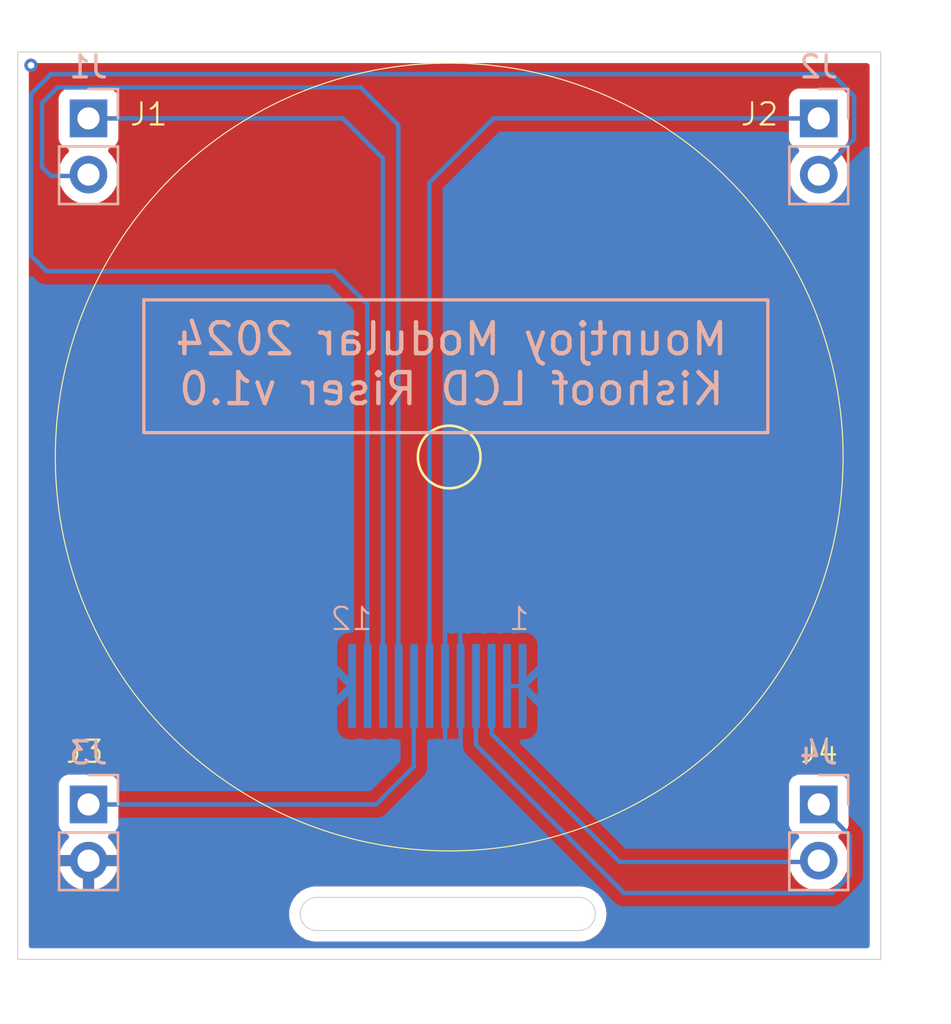
<source format=kicad_pcb>
(kicad_pcb (version 20240108) (generator "pcbnew") (generator_version "8.0")
  (layers (0 "F.Cu" signal) (31 "B.Cu" signal) (36 "B.SilkS" user "B.Silkscreen") (37 "F.SilkS" user "F.Silkscreen") (38 "B.Mask" user) (39 "F.Mask" user) (44 "Edge.Cuts" user))
  (net 0 "")
  (net 1 "/LCD_SPI3_MOSI")
  (net 2 "/LCD_SPI3_SCK")
  (net 3 "/LCD_DC")
  (net 4 "/LCD_RESET")
  (net 5 "GND")
  (net 6 "/LCD_SPI3_SS")
  (net 7 "/LCD_BACKLIGHT")
  (net 8 "+3.3V")
  (footprint "Custom_Footprints:3D_Dummy" (layer "F.Cu") (at 77.3 58.3)
    (property "Reference" "REF**" (hide yes))
    (property "Value" "3D_Dummy" (hide yes))
    (fp_circle (center 0 0) (end 1.414214 0) (stroke (width 0.12)) (fill none) (layer "F.SilkS"))
  )
  (footprint "Connector_PinHeader_2.54mm:PinHeader_1x02_P2.54mm_Vertical" (layer "B.Cu") (at 94 74 180)
    (property "Reference" "J4" (at 0 2.33 180) (layer "B.SilkS") (effects (justify mirror)))
    (property "Value" "Conn_01x02_Socket" (hide yes))
    (fp_line (start 1.33 -1.27) (end -1.33 -1.27) (stroke (width 0.12)) (layer "B.SilkS"))
    (fp_line (start 1.33 -3.87) (end 1.33 -1.27) (stroke (width 0.12)) (layer "B.SilkS"))
    (fp_line (start 1.33 -3.87) (end -1.33 -3.87) (stroke (width 0.12)) (layer "B.SilkS"))
    (fp_line (start 0 1.33) (end -1.33 1.33) (stroke (width 0.12)) (layer "B.SilkS"))
    (fp_line (start -1.33 1.33) (end -1.33 0) (stroke (width 0.12)) (layer "B.SilkS"))
    (fp_line (start -1.33 -3.87) (end -1.33 -1.27) (stroke (width 0.12)) (layer "B.SilkS"))
    (pad "1" thru_hole rect (at 0 0 180) (size 1.7 1.7) (drill 1) (layers "*.Cu" "*.Mask") (net 8 "+3.3V"))
    (pad "2" thru_hole oval (at 0 -2.54 180) (size 1.7 1.7) (drill 1) (layers "*.Cu" "*.Mask") (net 7 "/LCD_BACKLIGHT"))
  )
  (footprint "Connector_PinHeader_2.54mm:PinHeader_1x02_P2.54mm_Vertical" (layer "B.Cu") (at 94 43 180)
    (property "Reference" "J2" (at 0 2.33 180) (layer "B.SilkS") (effects (justify mirror)))
    (property "Value" "Conn_01x02_Socket" (hide yes))
    (fp_line (start 1.33 -1.27) (end -1.33 -1.27) (stroke (width 0.12)) (layer "B.SilkS"))
    (fp_line (start 1.33 -3.87) (end 1.33 -1.27) (stroke (width 0.12)) (layer "B.SilkS"))
    (fp_line (start 1.33 -3.87) (end -1.33 -3.87) (stroke (width 0.12)) (layer "B.SilkS"))
    (fp_line (start 0 1.33) (end -1.33 1.33) (stroke (width 0.12)) (layer "B.SilkS"))
    (fp_line (start -1.33 1.33) (end -1.33 0) (stroke (width 0.12)) (layer "B.SilkS"))
    (fp_line (start -1.33 -3.87) (end -1.33 -1.27) (stroke (width 0.12)) (layer "B.SilkS"))
    (pad "1" thru_hole rect (at 0 0 180) (size 1.7 1.7) (drill 1) (layers "*.Cu" "*.Mask") (net 3 "/LCD_DC"))
    (pad "2" thru_hole oval (at 0 -2.54 180) (size 1.7 1.7) (drill 1) (layers "*.Cu" "*.Mask") (net 4 "/LCD_RESET"))
  )
  (footprint "Custom_Footprints:Round_LCD" (layer "B.Cu") (at 80.6139 68.65 180)
    (property "Reference" "U1" (hide yes))
    (property "Value" "~" (hide yes))
    (pad "1" smd roundrect (at 0 0 180) (size 0.3556 3.81) (layers "B.Cu" "B.Paste" "B.Mask") (net 5 "GND"))
    (pad "2" smd roundrect (at 0.7 0 180) (size 0.3556 3.81) (layers "B.Cu" "B.Paste" "B.Mask") (net 5 "GND"))
    (pad "3" smd roundrect (at 1.4 0 180) (size 0.3556 3.81) (layers "B.Cu" "B.Paste" "B.Mask") (net 7 "/LCD_BACKLIGHT"))
    (pad "4" smd roundrect (at 2.1 0 180) (size 0.3556 3.81) (layers "B.Cu" "B.Paste" "B.Mask") (net 8 "+3.3V"))
    (pad "5" smd roundrect (at 2.8 0 180) (size 0.3556 3.81) (layers "B.Cu" "B.Paste" "B.Mask") (net 5 "GND"))
    (pad "6" smd roundrect (at 3.5 0 180) (size 0.3556 3.81) (layers "B.Cu" "B.Paste" "B.Mask") (net 5 "GND"))
    (pad "7" smd roundrect (at 4.2 0 180) (size 0.3556 3.81) (layers "B.Cu" "B.Paste" "B.Mask") (net 3 "/LCD_DC"))
    (pad "8" smd roundrect (at 4.9 0 180) (size 0.3556 3.81) (layers "B.Cu" "B.Paste" "B.Mask") (net 6 "/LCD_SPI3_SS"))
    (pad "9" smd roundrect (at 5.6 0 180) (size 0.3556 3.81) (layers "B.Cu" "B.Paste" "B.Mask") (net 2 "/LCD_SPI3_SCK"))
    (pad "10" smd roundrect (at 6.3 0 180) (size 0.3556 3.81) (layers "B.Cu" "B.Paste" "B.Mask") (net 1 "/LCD_SPI3_MOSI"))
    (pad "11" smd roundrect (at 7 0 180) (size 0.3556 3.81) (layers "B.Cu" "B.Paste" "B.Mask") (net 4 "/LCD_RESET"))
    (pad "12" smd roundrect (at 7.7 0 180) (size 0.3556 3.81) (layers "B.Cu" "B.Paste" "B.Mask") (net 5 "GND"))
  )
  (footprint "Connector_PinHeader_2.54mm:PinHeader_1x02_P2.54mm_Vertical" (layer "B.Cu") (at 61 43 180)
    (property "Reference" "J1" (at 0 2.33 180) (layer "B.SilkS") (effects (justify mirror)))
    (property "Value" "Conn_01x02_Socket" (hide yes))
    (fp_line (start 1.33 -1.27) (end -1.33 -1.27) (stroke (width 0.12)) (layer "B.SilkS"))
    (fp_line (start 1.33 -3.87) (end 1.33 -1.27) (stroke (width 0.12)) (layer "B.SilkS"))
    (fp_line (start 1.33 -3.87) (end -1.33 -3.87) (stroke (width 0.12)) (layer "B.SilkS"))
    (fp_line (start 0 1.33) (end -1.33 1.33) (stroke (width 0.12)) (layer "B.SilkS"))
    (fp_line (start -1.33 1.33) (end -1.33 0) (stroke (width 0.12)) (layer "B.SilkS"))
    (fp_line (start -1.33 -3.87) (end -1.33 -1.27) (stroke (width 0.12)) (layer "B.SilkS"))
    (pad "1" thru_hole rect (at 0 0 180) (size 1.7 1.7) (drill 1) (layers "*.Cu" "*.Mask") (net 1 "/LCD_SPI3_MOSI"))
    (pad "2" thru_hole oval (at 0 -2.54 180) (size 1.7 1.7) (drill 1) (layers "*.Cu" "*.Mask") (net 2 "/LCD_SPI3_SCK"))
  )
  (footprint "Connector_PinHeader_2.54mm:PinHeader_1x02_P2.54mm_Vertical" (layer "B.Cu") (at 61 74 180)
    (property "Reference" "J3" (at 0 2.33 180) (layer "B.SilkS") (effects (justify mirror)))
    (property "Value" "Conn_01x02_Socket" (hide yes))
    (fp_line (start 1.33 -1.27) (end -1.33 -1.27) (stroke (width 0.12)) (layer "B.SilkS"))
    (fp_line (start 1.33 -3.87) (end 1.33 -1.27) (stroke (width 0.12)) (layer "B.SilkS"))
    (fp_line (start 1.33 -3.87) (end -1.33 -3.87) (stroke (width 0.12)) (layer "B.SilkS"))
    (fp_line (start 0 1.33) (end -1.33 1.33) (stroke (width 0.12)) (layer "B.SilkS"))
    (fp_line (start -1.33 1.33) (end -1.33 0) (stroke (width 0.12)) (layer "B.SilkS"))
    (fp_line (start -1.33 -3.87) (end -1.33 -1.27) (stroke (width 0.12)) (layer "B.SilkS"))
    (pad "1" thru_hole rect (at 0 0 180) (size 1.7 1.7) (drill 1) (layers "*.Cu" "*.Mask") (net 6 "/LCD_SPI3_SS"))
    (pad "2" thru_hole oval (at 0 -2.54 180) (size 1.7 1.7) (drill 1) (layers "*.Cu" "*.Mask") (net 5 "GND"))
  )
  (gr_rect (start 63.5 51.2) (end 91.7 57.2) (stroke (width 0.15)) (fill none) (layer "B.SilkS"))
  (gr_circle (center 77.3 58.3) (end 95.1 58.3) (stroke (width 0.05)) (fill none) (layer "F.SilkS"))
  (gr_line (start 83.90875 78.95) (end 83.89345 79.1007) (stroke (width 0.05)) (layer "Edge.Cuts"))
  (gr_line (start 70.56275 78.95) (end 70.57805 78.7993) (stroke (width 0.05)) (layer "Edge.Cuts"))
  (gr_line (start 83.89345 78.7993) (end 83.90875 78.95) (stroke (width 0.05)) (layer "Edge.Cuts"))
  (gr_line (start 71.3 79.7) (end 71.16205 79.6847) (stroke (width 0.05)) (layer "Edge.Cuts"))
  (gr_line (start 83.30945 78.2153) (end 83.44995 78.2592) (stroke (width 0.05)) (layer "Edge.Cuts"))
  (gr_line (start 70.69125 78.5314) (end 70.78305 78.4203) (stroke (width 0.05)) (layer "Edge.Cuts"))
  (gr_line (start 83.89345 79.1007) (end 83.84955 79.2412) (stroke (width 0.05)) (layer "Edge.Cuts"))
  (gr_line (start 83.57735 79.5715) (end 83.44995 79.6408) (stroke (width 0.05)) (layer "Edge.Cuts"))
  (gr_line (start 83.15875 79.7) (end 71.3 79.7) (stroke (width 0.05)) (layer "Edge.Cuts"))
  (gr_line (start 70.78305 78.4203) (end 70.89415 78.3285) (stroke (width 0.05)) (layer "Edge.Cuts"))
  (gr_line (start 70.89415 78.3285) (end 71.02155 78.2592) (stroke (width 0.05)) (layer "Edge.Cuts"))
  (gr_line (start 70.78305 79.4797) (end 70.69125 79.3686) (stroke (width 0.05)) (layer "Edge.Cuts"))
  (gr_line (start 83.68845 78.4203) (end 83.78025 78.5314) (stroke (width 0.05)) (layer "Edge.Cuts"))
  (gr_rect (start 57.8 40) (end 96.8 81) (stroke (width 0.05)) (fill none) (layer "Edge.Cuts"))
  (gr_line (start 71.16205 78.2153) (end 71.3 78.2) (stroke (width 0.05)) (layer "Edge.Cuts"))
  (gr_line (start 70.62195 79.2412) (end 70.57805 79.1007) (stroke (width 0.05)) (layer "Edge.Cuts"))
  (gr_line (start 70.57805 79.1007) (end 70.56275 78.95) (stroke (width 0.05)) (layer "Edge.Cuts"))
  (gr_line (start 83.84955 78.6588) (end 83.89345 78.7993) (stroke (width 0.05)) (layer "Edge.Cuts"))
  (gr_line (start 70.57805 78.7993) (end 70.62195 78.6588) (stroke (width 0.05)) (layer "Edge.Cuts"))
  (gr_line (start 71.02155 79.6408) (end 70.89415 79.5715) (stroke (width 0.05)) (layer "Edge.Cuts"))
  (gr_line (start 83.78025 79.3686) (end 83.68845 79.4797) (stroke (width 0.05)) (layer "Edge.Cuts"))
  (gr_line (start 83.68845 79.4797) (end 83.57735 79.5715) (stroke (width 0.05)) (layer "Edge.Cuts"))
  (gr_line (start 83.84955 79.2412) (end 83.78025 79.3686) (stroke (width 0.05)) (layer "Edge.Cuts"))
  (gr_line (start 71.02155 78.2592) (end 71.16205 78.2153) (stroke (width 0.05)) (layer "Edge.Cuts"))
  (gr_line (start 71.16205 79.6847) (end 71.02155 79.6408) (stroke (width 0.05)) (layer "Edge.Cuts"))
  (gr_line (start 83.30945 79.6847) (end 83.15875 79.7) (stroke (width 0.05)) (layer "Edge.Cuts"))
  (gr_line (start 70.62195 78.6588) (end 70.69125 78.5314) (stroke (width 0.05)) (layer "Edge.Cuts"))
  (gr_line (start 83.44995 79.6408) (end 83.30945 79.6847) (stroke (width 0.05)) (layer "Edge.Cuts"))
  (gr_line (start 71.3 78.2) (end 83.15875 78.2) (stroke (width 0.05)) (layer "Edge.Cuts"))
  (gr_line (start 70.69125 79.3686) (end 70.62195 79.2412) (stroke (width 0.05)) (layer "Edge.Cuts"))
  (gr_line (start 70.89415 79.5715) (end 70.78305 79.4797) (stroke (width 0.05)) (layer "Edge.Cuts"))
  (gr_line (start 83.57735 78.3285) (end 83.68845 78.4203) (stroke (width 0.05)) (layer "Edge.Cuts"))
  (gr_line (start 83.78025 78.5314) (end 83.84955 78.6588) (stroke (width 0.05)) (layer "Edge.Cuts"))
  (gr_line (start 83.15875 78.2) (end 83.30945 78.2153) (stroke (width 0.05)) (layer "Edge.Cuts"))
  (gr_line (start 83.44995 78.2592) (end 83.57735 78.3285) (stroke (width 0.05)) (layer "Edge.Cuts"))
  (gr_text "Mountjoy Modular 2024\nKishoof LCD Riser v1.0" (at 77.4 54.1 0) (layer "B.SilkS") (effects (font (size 1.4 1.4) (thickness 0.2)) (justify mirror)))
  (gr_text "12" (at 73.9 66.2 0) (layer "B.SilkS") (effects (font (size 1 1) (thickness 0.1)) (justify left bottom mirror)))
  (gr_text "1" (at 81 66.2 0) (layer "B.SilkS") (effects (font (size 1 1) (thickness 0.1)) (justify left bottom mirror)))
  (gr_text "J2" (at 90.4 43.4 0) (layer "F.SilkS") (effects (font (size 1 1) (thickness 0.1)) (justify left bottom)))
  (gr_text "J3" (at 59.9 72.2 0) (layer "F.SilkS") (effects (font (size 1 1) (thickness 0.1)) (justify left bottom)))
  (gr_text "J4" (at 93.1 72.2 0) (layer "F.SilkS") (effects (font (size 1 1) (thickness 0.1)) (justify left bottom)))
  (gr_text "J1" (at 62.8 43.4 0) (layer "F.SilkS") (effects (font (size 1 1) (thickness 0.1)) (justify left bottom)))
  (segment (start 74.3 68.6361) (end 74.3139 68.65) (width 0.2) (layer "B.Cu") (net 1))
  (segment (start 74.3 44.8) (end 74.3 68.6361) (width 0.2) (layer "B.Cu") (net 1))
  (segment (start 72.5 43) (end 74.3 44.8) (width 0.2) (layer "B.Cu") (net 1))
  (segment (start 61 43) (end 72.5 43) (width 0.2) (layer "B.Cu") (net 1))
  (segment (start 73.3 41.6) (end 59.6 41.6) (width 0.2) (layer "B.Cu") (net 2))
  (segment (start 58.9 45.2) (end 59.3 45.6) (width 0.2) (layer "B.Cu") (net 2))
  (segment (start 59.3 45.6) (end 60.96 45.6) (width 0.2) (layer "B.Cu") (net 2))
  (segment (start 58.9 42.3) (end 58.9 45.2) (width 0.2) (layer "B.Cu") (net 2))
  (segment (start 59.6 41.6) (end 58.9 42.3) (width 0.2) (layer "B.Cu") (net 2))
  (segment (start 75.0139 68.65) (end 75 68.6361) (width 0.2) (layer "B.Cu") (net 2))
  (segment (start 75 68.6361) (end 75 43.3) (width 0.2) (layer "B.Cu") (net 2))
  (segment (start 75 43.3) (end 73.3 41.6) (width 0.2) (layer "B.Cu") (net 2))
  (segment (start 79.3 43) (end 76.4 45.9) (width 0.2) (layer "B.Cu") (net 3))
  (segment (start 76.4 68.6361) (end 76.4139 68.65) (width 0.2) (layer "B.Cu") (net 3))
  (segment (start 94 43) (end 79.3 43) (width 0.2) (layer "B.Cu") (net 3))
  (segment (start 76.4 45.9) (end 76.4 68.6361) (width 0.2) (layer "B.Cu") (net 3))
  (segment (start 72.1 49.9) (end 73.6 51.4) (width 0.2) (layer "B.Cu") (net 4))
  (segment (start 94 45.54) (end 95.6 43.94) (width 0.2) (layer "B.Cu") (net 4))
  (segment (start 59.3 41) (end 58.4 41.9) (width 0.2) (layer "B.Cu") (net 4))
  (segment (start 59.1 49.9) (end 72.1 49.9) (width 0.2) (layer "B.Cu") (net 4))
  (segment (start 94.6 41) (end 59.3 41) (width 0.2) (layer "B.Cu") (net 4))
  (segment (start 94 45.64) (end 94 45.54) (width 0.2) (layer "B.Cu") (net 4))
  (segment (start 73.6 68.6361) (end 73.6139 68.65) (width 0.2) (layer "B.Cu") (net 4))
  (segment (start 73.6 51.4) (end 73.6 68.6361) (width 0.2) (layer "B.Cu") (net 4))
  (segment (start 95.6 42) (end 94.6 41) (width 0.2) (layer "B.Cu") (net 4))
  (segment (start 58.4 41.9) (end 58.4 49.2) (width 0.2) (layer "B.Cu") (net 4))
  (segment (start 58.4 49.2) (end 59.1 49.9) (width 0.2) (layer "B.Cu") (net 4))
  (segment (start 95.6 43.94) (end 95.6 42) (width 0.2) (layer "B.Cu") (net 4))
  (via (at 58.4 40.6) (size 0.6) (drill 0.3) (layers "F.Cu" "B.Cu") (net 5))
  (segment (start 79.9139 68.65) (end 80.6139 68.65) (width 0.2) (layer "B.Cu") (net 5))
  (segment (start 77.1139 66.1139) (end 77.1 66.1) (width 0.2) (layer "B.Cu") (net 5))
  (segment (start 77.8 68.6361) (end 77.8 66.1) (width 0.2) (layer "B.Cu") (net 5))
  (segment (start 77.1139 71.3861) (end 77.1139 66.1139) (width 0.2) (layer "B.Cu") (net 5))
  (segment (start 77.8 71.4) (end 77.8139 71.3861) (width 0.2) (layer "B.Cu") (net 5))
  (segment (start 77.8139 68.65) (end 77.8 68.6361) (width 0.2) (layer "B.Cu") (net 5))
  (segment (start 77.1 71.4) (end 77.1139 71.3861) (width 0.2) (layer "B.Cu") (net 5))
  (segment (start 77.8139 71.3861) (end 77.8139 68.65) (width 0.2) (layer "B.Cu") (net 5))
  (segment (start 74 74) (end 61 74) (width 0.2) (layer "B.Cu") (net 6))
  (segment (start 75.7 72.3) (end 74 74) (width 0.2) (layer "B.Cu") (net 6))
  (segment (start 75.7139 68.65) (end 75.7 68.6639) (width 0.2) (layer "B.Cu") (net 6))
  (segment (start 75.7 68.6639) (end 75.7 72.3) (width 0.2) (layer "B.Cu") (net 6))
  (segment (start 79.2139 70.8139) (end 85 76.6) (width 0.2) (layer "B.Cu") (net 7))
  (segment (start 93.94 76.6) (end 94 76.54) (width 0.2) (layer "B.Cu") (net 7))
  (segment (start 79.2139 68.65) (end 79.2139 70.8139) (width 0.2) (layer "B.Cu") (net 7))
  (segment (start 85 76.6) (end 93.94 76.6) (width 0.2) (layer "B.Cu") (net 7))
  (segment (start 94 76.54) (end 94 76.64) (width 0.2) (layer "B.Cu") (net 7))
  (segment (start 95.4 77.2) (end 94.6 78) (width 0.2) (layer "B.Cu") (net 8))
  (segment (start 85.2 78) (end 78.5139 71.3139) (width 0.2) (layer "B.Cu") (net 8))
  (segment (start 94 74) (end 95.4 75.4) (width 0.2) (layer "B.Cu") (net 8))
  (segment (start 95.4 75.4) (end 95.4 77.2) (width 0.2) (layer "B.Cu") (net 8))
  (segment (start 78.5139 71.3139) (end 78.5139 68.65) (width 0.2) (layer "B.Cu") (net 8))
  (segment (start 94.6 78) (end 85.2 78) (width 0.2) (layer "B.Cu") (net 8))
  (zone (net 5) (net_name "GND") (layers "F&B.Cu") (connect_pads (clearance 0.5)) (min_thickness 0.25) (fill yes (thermal_gap 0.5) (thermal_bridge_width 0.5))
    (polygon (pts (xy 57 39) (xy 100 39) (xy 100 82) (xy 57 82)))
  )
)
</source>
